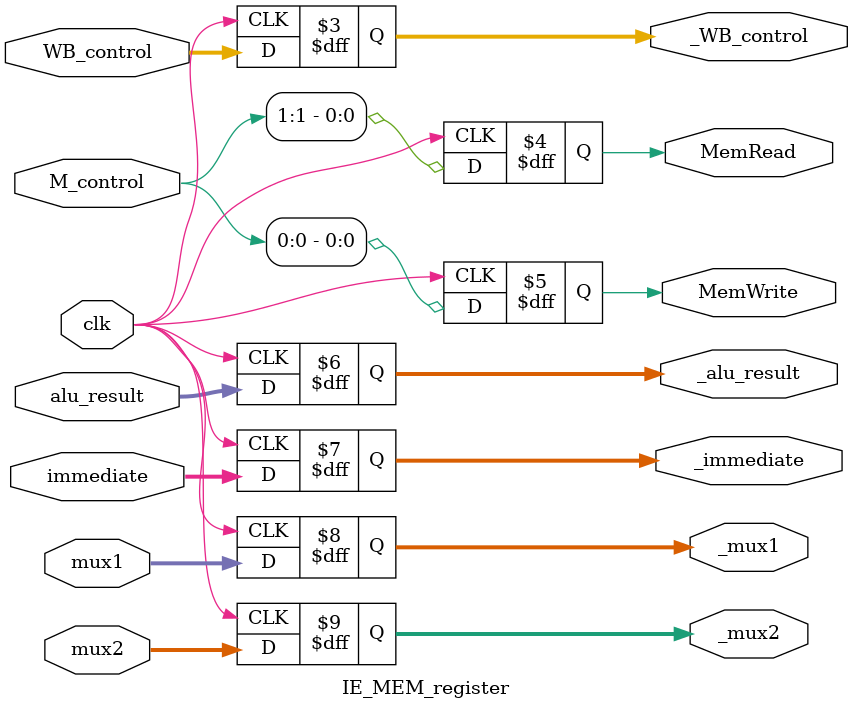
<source format=v>
module IE_MEM_register(WB_control,M_control,
_WB_control,MemRead,MemWrite,
alu_result,_alu_result,
immediate,_immediate,
mux1,_mux1,
mux2,_mux2,
clk
);
input clk;
input wire [1:0] WB_control;
output reg [1:0] _WB_control;

input wire [1:0] M_control;
output reg MemRead,MemWrite;

input wire [31:0] alu_result;
output reg [31:0] _alu_result;

input wire [31:0] immediate;
output reg [31:0] _immediate;

input wire [31:0] mux1;
output reg [31:0] _mux1;

input wire [4:0] mux2;
output reg [4:0] _mux2;

always@(posedge clk)
begin
_WB_control<=WB_control;
MemRead<=M_control[1];
MemWrite<=M_control[0];
_alu_result<=alu_result;
_immediate<=immediate;
_mux1<=mux1;
_mux2<=mux2;
end

initial begin
_WB_control<=0;
MemRead<=0;
MemWrite<=0;
_alu_result<=0;
_immediate<=0;
_mux1<=0;
_mux2<=0;
end

endmodule

</source>
